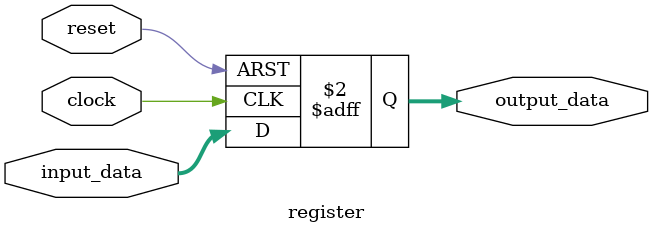
<source format=v>
module register(
	input [31:0]input_data,
	input clock,
	input reset,
	output reg [31:0]output_data
);

	always @(posedge clock, posedge reset) begin
		if (reset)
			output_data <= 0;
		else
			output_data <= input_data;	
	end

endmodule

</source>
